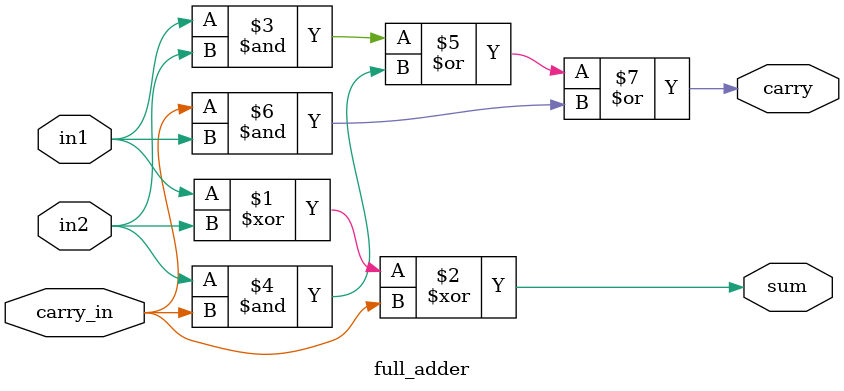
<source format=v>
module multiplier_3bit (
    in1,in2,p
);
    input [2:0] in1,in2;
    output [5:0] p;
    wire wire1,wire2,wire3,wire4,wire5,wire6,wire7,wire8,wire9,wirea,wireb,wirec,wired,wiree,wiref,wireg;

    and a1(p[0],in1[0],in2[0]);
    and a2(wire1, in1[1], in2[0]);
    and a3(wire2,in1[2],in2[0]);
    and a4(wire3,in1[0],in2[1]);
    and a5(wire4,in1[1],in2[1]);
    and a6(wire5,in1[2],in2[1]);
    and a7(wire6,in1[0],in2[2]);
    and a8(wire7,in1[1],in2[2]);
    and a9(wire8,in1[2],in2[2]);

    half_adder h1(p[1], wirea, wire1, wire3);
    half_adder h2(wireb, wirec, wire2, wire4);
    full_adder f1(p[2], wired, wireb ,wire6, wirea);
    full_adder f2(wiree, wiref, wireb, wire6, wirea);
    half_adder h3(p[3], wireg, wired, wiree);
    full_adder f3(p[4],p[5],wire8,wiref,wireg);

endmodule

module half_adder (
    sum,carry,in1,in2
);
    input in1,in2;
    output sum,carry;
    assign sum= in1^in2;
    assign carry = in1&in2;    
endmodule


module full_adder (
    sum,carry,in1,in2,carry_in
);
    input in1,in2, carry_in;
    output sum,carry;
    assign sum= in1^in2^carry_in;
    assign carry = in1&in2 | in2&carry_in | carry_in&in1;    
endmodule
</source>
